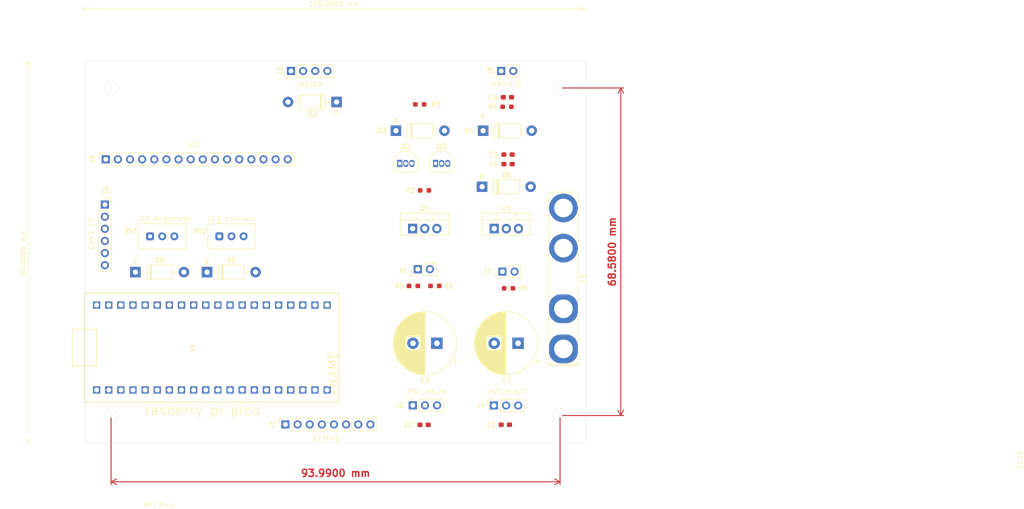
<source format=kicad_pcb>
(kicad_pcb (version 20240108) (generator "pcbnew") (generator_version "8.0")
  (layers (0 "F.Cu" signal) (31 "B.Cu" signal) (34 "B.Paste" user) (35 "F.Paste" user) (36 "B.SilkS" user "B.Silkscreen") (37 "F.SilkS" user "F.Silkscreen") (38 "B.Mask" user) (39 "F.Mask" user) (44 "Edge.Cuts" user))
  (net 0 "")
  (net 1 "/GP27")
  (net 2 "GND")
  (net 3 "/GP28")
  (net 4 "/MOTOR_12V")
  (net 5 "/PWM_OUT")
  (net 6 "Net-(Q3-B)")
  (net 7 "Net-(D5-A)")
  (net 8 "/L7805_V_IN")
  (net 9 "Net-(D6-A)")
  (net 10 "/LCD.VDD")
  (net 11 "/VSYS")
  (net 12 "/MOTOR_TACH")
  (net 13 "/TACHOMETER_IN")
  (net 14 "/MOTOR_EN")
  (net 15 "+3.3V")
  (net 16 "Net-(J8-Pin_2)")
  (net 17 "/KEYPAD_0")
  (net 18 "/KEYPAD_6")
  (net 19 "/KEYPAD_5")
  (net 20 "/KEYPAD_4")
  (net 21 "/KEYPAD_3")
  (net 22 "/KEYPAD_2")
  (net 23 "/KEYPAD_7")
  (net 24 "/KEYPAD_1")
  (net 25 "/SD.CLK")
  (net 26 "/SD.MISO")
  (net 27 "/SD.CS")
  (net 28 "/SD.MOSI")
  (net 29 "/MOTOR_PMW")
  (net 30 "Net-(J6-Pin_1)")
  (net 31 "Net-(J7-Pin_1)")
  (net 32 "Net-(Q1-G)")
  (net 33 "Net-(Q2-B)")
  (net 34 "/GP26")
  (net 35 "/LCD.A")
  (net 36 "/LCD.VO")
  (net 37 "/LCD.D5")
  (net 38 "/LCD.D4")
  (net 39 "/LCD.RS")
  (net 44 "/LCD.D7")
  (net 45 "/LCD.D6")
  (net 46 "/LCD.E")
  (footprint "Potentiometer_THT:Potentiometer_Vishay_T93YA_Vertical" (layer "F.Cu") (at 90.96 66.6125)
    (property "Reference" "RV2" (at -3.96 -1.1125 0) (layer "F.SilkS"))
    (property "Value" "10k")
    (pad "1" thru_hole roundrect (at 0 0) (size 1.65 1.65) (drill 0.85) (layers "*.Cu" "*.Mask") (net 10 "/LCD.VDD"))
    (pad "2" thru_hole circle (at 2.54 0) (size 1.65 1.65) (drill 0.85) (layers "*.Cu" "*.Mask") (net 36 "/LCD.VO"))
    (pad "3" thru_hole circle (at 5.08 0) (size 1.65 1.65) (drill 0.85) (layers "*.Cu" "*.Mask") (net 2 "GND"))
  )
  (footprint "Connector_PinHeader_2.54mm:PinHeader_1x02_P2.54mm_Vertical" (layer "F.Cu") (at 132.5 73.5 90)
    (property "Reference" "J6" (at -0.23 -3.23 180) (layer "F.SilkS"))
    (property "Value" "LED1")
    (pad "1" thru_hole rect (at 0 0 90) (size 1.7 1.7) (drill 1) (layers "*.Cu" "*.Mask") (net 30 "Net-(J6-Pin_1)"))
    (pad "2" thru_hole oval (at 0 2.54 90) (size 1.7 1.7) (drill 1) (layers "*.Cu" "*.Mask") (net 2 "GND"))
  )
  (footprint "Resistor_SMD:R_0603_1608Metric_Pad0.98x0.95mm_HandSolder" (layer "F.Cu") (at 131.5875 77)
    (property "Reference" "R5" (at -3 0 0) (layer "F.SilkS"))
    (property "Value" "10k")
    (pad "1" smd roundrect (at -0.9125 0) (size 0.975 0.95) (layers "F.Cu" "F.Paste" "F.Mask") (net 34 "/GP26"))
    (pad "2" smd roundrect (at 0.9125 0) (size 0.975 0.95) (layers "F.Cu" "F.Paste" "F.Mask") (net 30 "Net-(J6-Pin_1)"))
  )
  (footprint "Capacitor_SMD:C_0603_1608Metric_Pad1.08x0.95mm_HandSolder" (layer "F.Cu") (at 151.27 37.5)
    (property "Reference" "C4" (at -3 0 0) (layer "F.SilkS"))
    (property "Value" "0.1uF")
    (pad "1" smd roundrect (at -0.8625 0) (size 1.075 0.95) (layers "F.Cu" "F.Paste" "F.Mask") (net 6 "Net-(Q3-B)"))
    (pad "2" smd roundrect (at 0.8625 0) (size 1.075 0.95) (layers "F.Cu" "F.Paste" "F.Mask") (net 5 "/PWM_OUT"))
  )
  (footprint "Diode_THT:D_DO-41_SOD81_P10.16mm_Horizontal" (layer "F.Cu") (at 88.38 74.1125)
    (property "Reference" "D1" (at 5.08 -2.47 0) (layer "F.SilkS"))
    (property "Value" "1N4005")
    (fp_text user "K" (at 0 -2.1 0) (layer "F.SilkS"))
    (pad "1" thru_hole rect (at 0 0) (size 2.2 2.2) (drill 1.1) (layers "*.Cu" "*.Mask") (net 11 "/VSYS"))
    (pad "2" thru_hole oval (at 10.16 0) (size 2.2 2.2) (drill 1.1) (layers "*.Cu" "*.Mask") (net 10 "/LCD.VDD"))
  )
  (footprint "Connector_PinSocket_2.54mm:PinSocket_1x03_P2.54mm_Vertical" (layer "F.Cu") (at 148.445 102.025 90)
    (property "Reference" "J4" (at 0 -2.77 180) (layer "F.SilkS"))
    (property "Value" "POT_PIN27")
    (pad "1" thru_hole rect (at 0 0 90) (size 1.7 1.7) (drill 1) (layers "*.Cu" "*.Mask") (net 15 "+3.3V"))
    (pad "2" thru_hole oval (at 0 2.54 90) (size 1.7 1.7) (drill 1) (layers "*.Cu" "*.Mask") (net 1 "/GP27"))
    (pad "3" thru_hole oval (at 0 5.08 90) (size 1.7 1.7) (drill 1) (layers "*.Cu" "*.Mask") (net 2 "GND"))
  )
  (footprint "Resistor_SMD:R_0603_1608Metric_Pad0.98x0.95mm_HandSolder" (layer "F.Cu") (at 151.5 77.5 180)
    (property "Reference" "R6" (at -3 0 0) (layer "F.SilkS"))
    (property "Value" "68k")
    (pad "1" smd roundrect (at -0.9125 0 180) (size 0.975 0.95) (layers "F.Cu" "F.Paste" "F.Mask") (net 9 "Net-(D6-A)"))
    (pad "2" smd roundrect (at 0.9125 0 180) (size 0.975 0.95) (layers "F.Cu" "F.Paste" "F.Mask") (net 31 "Net-(J7-Pin_1)"))
  )
  (footprint "Connector_PinSocket_2.54mm:PinSocket_1x03_P2.54mm_Vertical" (layer "F.Cu") (at 131.46 102 90)
    (property "Reference" "J2" (at 0 -2.77 180) (layer "F.SilkS"))
    (property "Value" "POT_PIN28")
    (pad "1" thru_hole rect (at 0 0 90) (size 1.7 1.7) (drill 1) (layers "*.Cu" "*.Mask") (net 15 "+3.3V"))
    (pad "2" thru_hole oval (at 0 2.54 90) (size 1.7 1.7) (drill 1) (layers "*.Cu" "*.Mask") (net 3 "/GP28"))
    (pad "3" thru_hole oval (at 0 5.08 90) (size 1.7 1.7) (drill 1) (layers "*.Cu" "*.Mask") (net 2 "GND"))
  )
  (footprint "Diode_THT:D_DO-41_SOD81_P10.16mm_Horizontal" (layer "F.Cu") (at 146.19 44.5)
    (property "Reference" "D4" (at -3 0 0) (layer "F.SilkS"))
    (property "Value" "1N4005")
    (fp_text user "K" (at 0 -3.1 0) (layer "F.SilkS"))
    (pad "1" thru_hole rect (at 0 0) (size 2.2 2.2) (drill 1.1) (layers "*.Cu" "*.Mask") (net 15 "+3.3V"))
    (pad "2" thru_hole oval (at 10.16 0) (size 2.2 2.2) (drill 1.1) (layers "*.Cu" "*.Mask") (net 5 "/PWM_OUT"))
  )
  (footprint "Capacitor_THT:CP_Radial_D13.0mm_P5.00mm" (layer "F.Cu") (at 153.5 89 180)
    (property "Reference" "C7" (at 2.5 -7.75 360) (layer "F.SilkS"))
    (property "Value" "100uF")
    (pad "1" thru_hole rect (at 0 0 180) (size 2.4 2.4) (drill 1.2) (layers "*.Cu" "*.Mask") (net 9 "Net-(D6-A)"))
    (pad "2" thru_hole circle (at 5 0 180) (size 2.4 2.4) (drill 1.2) (layers "*.Cu" "*.Mask") (net 2 "GND"))
  )
  (footprint "Package_TO_SOT_THT:TO-220-3_Vertical" (layer "F.Cu") (at 131.42 65)
    (property "Reference" "Q1" (at 2.54 -4.27 0) (layer "F.SilkS"))
    (property "Value" "IRF9540N")
    (pad "1" thru_hole rect (at 0 0) (size 1.905 2) (drill 1.1) (layers "*.Cu" "*.Mask") (net 32 "Net-(Q1-G)"))
    (pad "2" thru_hole oval (at 2.54 0) (size 1.905 2) (drill 1.1) (layers "*.Cu" "*.Mask") (net 8 "/L7805_V_IN"))
    (pad "3" thru_hole oval (at 5.08 0) (size 1.905 2) (drill 1.1) (layers "*.Cu" "*.Mask") (net 4 "/MOTOR_12V"))
  )
  (footprint "Diode_THT:D_DO-41_SOD81_P10.16mm_Horizontal" (layer "F.Cu") (at 73.38 74.1125)
    (property "Reference" "D5" (at 5.08 -2.47 0) (layer "F.SilkS"))
    (property "Value" "1N4005")
    (fp_text user "K" (at 0 -2.1 0) (layer "F.SilkS"))
    (pad "1" thru_hole rect (at 0 0) (size 2.2 2.2) (drill 1.1) (layers "*.Cu" "*.Mask") (net 10 "/LCD.VDD"))
    (pad "2" thru_hole oval (at 10.16 0) (size 2.2 2.2) (drill 1.1) (layers "*.Cu" "*.Mask") (net 7 "Net-(D5-A)"))
  )
  (footprint "Resistor_SMD:R_0603_1608Metric_Pad0.98x0.95mm_HandSolder" (layer "F.Cu") (at 136.0875 77 180)
    (property "Reference" "R1" (at -2.9125 0 0) (layer "F.SilkS"))
    (property "Value" "10k")
    (pad "1" smd roundrect (at -0.9125 0 180) (size 0.975 0.95) (layers "F.Cu" "F.Paste" "F.Mask") (net 33 "Net-(Q2-B)"))
    (pad "2" smd roundrect (at 0.9125 0 180) (size 0.975 0.95) (layers "F.Cu" "F.Paste" "F.Mask") (net 2 "GND"))
  )
  (footprint "Package_TO_SOT_THT:TO-92_Inline" (layer "F.Cu") (at 136.23 51.36)
    (property "Reference" "Q3" (at 1.27 -3.56 0) (layer "F.SilkS"))
    (property "Value" "BC547")
    (pad "1" thru_hole rect (at 0 0) (size 1.05 1.5) (drill 0.75) (layers "*.Cu" "*.Mask") (net 29 "/MOTOR_PMW"))
    (pad "2" thru_hole oval (at 1.27 0) (size 1.05 1.5) (drill 0.75) (layers "*.Cu" "*.Mask") (net 6 "Net-(Q3-B)"))
    (pad "3" thru_hole oval (at 2.54 0) (size 1.05 1.5) (drill 0.75) (layers "*.Cu" "*.Mask") (net 2 "GND"))
  )
  (footprint "Connector_PinSocket_2.54mm:PinSocket_1x08_P2.54mm_Vertical" (layer "F.Cu") (at 104.8 106 90)
    (property "Reference" "J1" (at 0 -2.77 90) (layer "F.SilkS"))
    (property "Value" "KEYPAD")
    (pad "1" thru_hole rect (at 0 0 90) (size 1.7 1.7) (drill 1) (layers "*.Cu" "*.Mask") (net 17 "/KEYPAD_0"))
    (pad "2" thru_hole oval (at 0 2.54 90) (size 1.7 1.7) (drill 1) (layers "*.Cu" "*.Mask") (net 24 "/KEYPAD_1"))
    (pad "3" thru_hole oval (at 0 5.08 90) (size 1.7 1.7) (drill 1) (layers "*.Cu" "*.Mask") (net 22 "/KEYPAD_2"))
    (pad "4" thru_hole oval (at 0 7.62 90) (size 1.7 1.7) (drill 1) (layers "*.Cu" "*.Mask") (net 21 "/KEYPAD_3"))
    (pad "5" thru_hole oval (at 0 10.16 90) (size 1.7 1.7) (drill 1) (layers "*.Cu" "*.Mask") (net 20 "/KEYPAD_4"))
    (pad "6" thru_hole oval (at 0 12.7 90) (size 1.7 1.7) (drill 1) (layers "*.Cu" "*.Mask") (net 19 "/KEYPAD_5"))
    (pad "7" thru_hole oval (at 0 15.24 90) (size 1.7 1.7) (drill 1) (layers "*.Cu" "*.Mask") (net 18 "/KEYPAD_6"))
    (pad "8" thru_hole oval (at 0 17.78 90) (size 1.7 1.7) (drill 1) (layers "*.Cu" "*.Mask") (net 23 "/KEYPAD_7"))
  )
  (footprint "Diode_THT:D_DO-41_SOD81_P10.16mm_Horizontal" (layer "F.Cu") (at 127.92 44.5)
    (property "Reference" "D3" (at -2.92 0 0) (layer "F.SilkS"))
    (property "Value" "1N4005")
    (fp_text user "K" (at 0 -2.1 0) (layer "F.SilkS"))
    (pad "1" thru_hole rect (at 0 0) (size 2.2 2.2) (drill 1.1) (layers "*.Cu" "*.Mask") (net 15 "+3.3V"))
    (pad "2" thru_hole oval (at 10.16 0) (size 2.2 2.2) (drill 1.1) (layers "*.Cu" "*.Mask") (net 14 "/MOTOR_EN"))
  )
  (footprint "Resistor_SMD:R_0603_1608Metric_Pad0.98x0.95mm_HandSolder" (layer "F.Cu") (at 133.9125 57)
    (property "Reference" "R2" (at -3 0 0) (layer "F.SilkS"))
    (property "Value" "10k")
    (pad "1" smd roundrect (at -0.9125 0) (size 0.975 0.95) (layers "F.Cu" "F.Paste" "F.Mask") (net 32 "Net-(Q1-G)"))
    (pad "2" smd roundrect (at 0.9125 0) (size 0.975 0.95) (layers "F.Cu" "F.Paste" "F.Mask") (net 8 "/L7805_V_IN"))
  )
  (footprint "Resistor_SMD:R_0603_1608Metric_Pad0.98x0.95mm_HandSolder" (layer "F.Cu") (at 151.1825 39.5)
    (property "Reference" "R4" (at -3 0 0) (layer "F.SilkS"))
    (property "Value" "6k")
    (pad "1" smd roundrect (at -0.9125 0) (size 0.975 0.95) (layers "F.Cu" "F.Paste" "F.Mask") (net 6 "Net-(Q3-B)"))
    (pad "2" smd roundrect (at 0.9125 0) (size 0.975 0.95) (layers "F.Cu" "F.Paste" "F.Mask") (net 5 "/PWM_OUT"))
  )
  (footprint "Capacitor_THT:CP_Radial_D13.0mm_P5.00mm" (layer "F.Cu") (at 136.5 89 180)
    (property "Reference" "C3" (at 2.5 -7.75 360) (layer "F.SilkS"))
    (property "Value" "50uF")
    (pad "1" thru_hole rect (at 0 0 180) (size 2.4 2.4) (drill 1.2) (layers "*.Cu" "*.Mask") (net 4 "/MOTOR_12V"))
    (pad "2" thru_hole circle (at 5 0 180) (size 2.4 2.4) (drill 1.2) (layers "*.Cu" "*.Mask") (net 2 "GND"))
  )
  (footprint "Diode_THT:D_DO-41_SOD81_P10.16mm_Horizontal" (layer "F.Cu") (at 145.96 56.23)
    (property "Reference" "D6" (at 5.08 -2.47 0) (layer "F.SilkS"))
    (property "Value" "1N5819")
    (fp_text user "K" (at 0 -2.1 0) (layer "F.SilkS"))
    (pad "1" thru_hole rect (at 0 0) (size 2.2 2.2) (drill 1.1) (layers "*.Cu" "*.Mask") (net 8 "/L7805_V_IN"))
    (pad "2" thru_hole oval (at 10.16 0) (size 2.2 2.2) (drill 1.1) (layers "*.Cu" "*.Mask") (net 9 "Net-(D6-A)"))
  )
  (footprint "Resistor_SMD:R_0603_1608Metric_Pad0.98x0.95mm_HandSolder" (layer "F.Cu") (at 132.9125 39 180)
    (property "Reference" "R3" (at -3.4125 0 0) (layer "F.SilkS"))
    (property "Value" "1k")
    (pad "1" smd roundrect (at -0.9125 0 180) (size 0.975 0.95) (layers "F.Cu" "F.Paste" "F.Mask") (net 33 "Net-(Q2-B)"))
    (pad "2" smd roundrect (at 0.9125 0 180) (size 0.975 0.95) (layers "F.Cu" "F.Paste" "F.Mask") (net 14 "/MOTOR_EN"))
  )
  (footprint "Capacitor_SMD:C_0603_1608Metric_Pad1.08x0.95mm_HandSolder" (layer "F.Cu") (at 151.4025 49.5 180)
    (property "Reference" "C5" (at 3 0 0) (layer "F.SilkS"))
    (property "Value" "0.1uF")
    (pad "1" smd roundrect (at -0.8625 0 180) (size 1.075 0.95) (layers "F.Cu" "F.Paste" "F.Mask") (net 7 "Net-(D5-A)"))
    (pad "2" smd roundrect (at 0.8625 0 180) (size 1.075 0.95) (layers "F.Cu" "F.Paste" "F.Mask") (net 2 "GND"))
  )
  (footprint "Diode_THT:D_DO-41_SOD81_P10.16mm_Horizontal" (layer "F.Cu") (at 115.5 38.5 180)
    (property "Reference" "D2" (at 5.08 -2.47 0) (layer "F.SilkS"))
    (property "Value" "1N4005")
    (fp_text user "K" (at 0 -2.1 0) (layer "F.SilkS"))
    (pad "1" thru_hole rect (at 0 0 180) (size 2.2 2.2) (drill 1.1) (layers "*.Cu" "*.Mask") (net 12 "/MOTOR_TACH"))
    (pad "2" thru_hole oval (at 10.16 0 180) (size 2.2 2.2) (drill 1.1) (layers "*.Cu" "*.Mask") (net 13 "/TACHOMETER_IN"))
  )
  (footprint "Connector_PinSocket_2.54mm:PinSocket_1x16_P2.54mm_Vertical" (layer "F.Cu") (at 67.18 50.5 90)
    (property "Reference" "J9" (at 0 -2.77 90) (layer "F.SilkS"))
    (property "Value" "LCD")
    (pad "1" thru_hole rect (at 0 0 90) (size 1.7 1.7) (drill 1) (layers "*.Cu" "*.Mask") (net 2 "GND"))
    (pad "2" thru_hole oval (at 0 2.54 90) (size 1.7 1.7) (drill 1) (layers "*.Cu" "*.Mask") (net 10 "/LCD.VDD"))
    (pad "3" thru_hole oval (at 0 5.08 90) (size 1.7 1.7) (drill 1) (layers "*.Cu" "*.Mask") (net 36 "/LCD.VO"))
    (pad "4" thru_hole oval (at 0 7.62 90) (size 1.7 1.7) (drill 1) (layers "*.Cu" "*.Mask") (net 39 "/LCD.RS"))
    (pad "5" thru_hole oval (at 0 10.16 90) (size 1.7 1.7) (drill 1) (layers "*.Cu" "*.Mask") (net 2 "GND"))
    (pad "6" thru_hole oval (at 0 12.7 90) (size 1.7 1.7) (drill 1) (layers "*.Cu" "*.Mask") (net 46 "/LCD.E"))
    (pad "7" thru_hole oval (at 0 15.24 90) (size 1.7 1.7) (drill 1) (layers "*.Cu" "*.Mask"))
    (pad "8" thru_hole oval (at 0 17.78 90) (size 1.7 1.7) (drill 1) (layers "*.Cu" "*.Mask"))
    (pad "9" thru_hole oval (at 0 20.32 90) (size 1.7 1.7) (drill 1) (layers "*.Cu" "*.Mask"))
    (pad "10" thru_hole oval (at 0 22.86 90) (size 1.7 1.7) (drill 1) (layers "*.Cu" "*.Mask"))
    (pad "11" thru_hole oval (at 0 25.4 90) (size 1.7 1.7) (drill 1) (layers "*.Cu" "*.Mask") (net 38 "/LCD.D4"))
    (pad "12" thru_hole oval (at 0 27.94 90) (size 1.7 1.7) (drill 1) (layers "*.Cu" "*.Mask") (net 37 "/LCD.D5"))
    (pad "13" thru_hole oval (at 0 30.48 90) (size 1.7 1.7) (drill 1) (layers "*.Cu" "*.Mask") (net 45 "/LCD.D6"))
    (pad "14" thru_hole oval (at 0 33.02 90) (size 1.7 1.7) (drill 1) (layers "*.Cu" "*.Mask") (net 44 "/LCD.D7"))
    (pad "15" thru_hole oval (at 0 35.56 90) (size 1.7 1.7) (drill 1) (layers "*.Cu" "*.Mask") (net 35 "/LCD.A"))
    (pad "16" thru_hole oval (at 0 38.1 90) (size 1.7 1.7) (drill 1) (layers "*.Cu" "*.Mask") (net 2 "GND"))
  )
  (footprint "Potentiometer_THT:Potentiometer_Vishay_T93YA_Vertical" (layer "F.Cu") (at 76.46 66.6125)
    (property "Reference" "RV1" (at -3.96 -1.1125 0) (layer "F.SilkS"))
    (property "Value" "10k")
    (pad "1" thru_hole roundrect (at 0 0) (size 1.65 1.65) (drill 0.85) (layers "*.Cu" "*.Mask") (net 2 "GND"))
    (pad "2" thru_hole circle (at 2.54 0) (size 1.65 1.65) (drill 0.85) (layers "*.Cu" "*.Mask") (net 35 "/LCD.A"))
    (pad "3" thru_hole circle (at 5.08 0) (size 1.65 1.65) (drill 0.85) (layers "*.Cu" "*.Mask") (net 10 "/LCD.VDD"))
  )
  (footprint "Package_TO_SOT_THT:TO-220-3_Vertical" (layer "F.Cu") (at 148.5 65)
    (property "Reference" "U3" (at 2.54 -4.27 0) (layer "F.SilkS"))
    (property "Value" "L7805")
    (pad "1" thru_hole rect (at 0 0) (size 1.905 2) (drill 1.1) (layers "*.Cu" "*.Mask") (net 8 "/L7805_V_IN"))
    (pad "2" thru_hole oval (at 2.54 0) (size 1.905 2) (drill 1.1) (layers "*.Cu" "*.Mask") (net 2 "GND"))
    (pad "3" thru_hole oval (at 5.08 0) (size 1.905 2) (drill 1.1) (layers "*.Cu" "*.Mask") (net 7 "Net-(D5-A)"))
  )
  (footprint "Connector_PinHeader_2.54mm:PinHeader_1x02_P2.54mm_Vertical" (layer "F.Cu") (at 150.225 74 90)
    (property "Reference" "J7" (at 0 -3.225 180) (layer "F.SilkS"))
    (property "Value" "LED2")
    (pad "1" thru_hole rect (at 0 0 90) (size 1.7 1.7) (drill 1) (layers "*.Cu" "*.Mask") (net 31 "Net-(J7-Pin_1)"))
    (pad "2" thru_hole oval (at 0 2.54 90) (size 1.7 1.7) (drill 1) (layers "*.Cu" "*.Mask") (net 2 "GND"))
  )
  (footprint "Connector_PinHeader_2.54mm:PinHeader_1x02_P2.54mm_Vertical" (layer "F.Cu") (at 149.96 32 90)
    (property "Reference" "J8" (at 0 -2.33 90) (layer "F.SilkS"))
    (property "Value" "12V_DC")
    (pad "1" thru_hole rect (at 0 0 90) (size 1.7 1.7) (drill 1) (layers "*.Cu" "*.Mask") (net 2 "GND"))
    (pad "2" thru_hole oval (at 0 2.54 90) (size 1.7 1.7) (drill 1) (layers "*.Cu" "*.Mask") (net 16 "Net-(J8-Pin_2)"))
  )
  (footprint "Capacitor_SMD:C_0603_1608Metric_Pad1.08x0.95mm_HandSolder" (layer "F.Cu") (at 133.8225 106.08)
    (property "Reference" "C2" (at -3.3625 0 0) (layer "F.SilkS"))
    (property "Value" "0.1uF")
    (pad "1" smd roundrect (at -0.8625 0) (size 1.075 0.95) (layers "F.Cu" "F.Paste" "F.Mask") (net 3 "/GP28"))
    (pad "2" smd roundrect (at 0.8625 0) (size 1.075 0.95) (layers "F.Cu" "F.Paste" "F.Mask") (net 2 "GND"))
  )
  (footprint "Connector_PinHeader_2.54mm:PinHeader_1x04_P2.54mm_Vertical" (layer "F.Cu") (at 105.96 32 90)
    (property "Reference" "J5" (at 0 -2.33 90) (layer "F.SilkS"))
    (property "Value" "MOTOR")
    (pad "1" thru_hole rect (at 0 0 90) (size 1.7 1.7) (drill 1) (layers "*.Cu" "*.Mask") (net 2 "GND"))
    (pad "2" thru_hole oval (at 0 2.54 90) (size 1.7 1.7) (drill 1) (layers "*.Cu" "*.Mask") (net 4 "/MOTOR_12V"))
    (pad "3" thru_hole oval (at 0 5.08 90) (size 1.7 1.7) (drill 1) (layers "*.Cu" "*.Mask") (net 12 "/MOTOR_TACH"))
    (pad "4" thru_hole oval (at 0 7.62 90) (size 1.7 1.7) (drill 1) (layers "*.Cu" "*.Mask") (net 29 "/MOTOR_PMW"))
  )
  (footprint "Package_TO_SOT_THT:TO-92_Inline" (layer "F.Cu") (at 128.73 51.36)
    (property "Reference" "Q2" (at 1.27 -3.56 0) (layer "F.SilkS"))
    (property "Value" "2N2222A")
    (pad "1" thru_hole rect (at 0 0) (size 1.05 1.5) (drill 0.75) (layers "*.Cu" "*.Mask") (net 32 "Net-(Q1-G)"))
    (pad "2" thru_hole oval (at 1.27 0) (size 1.05 1.5) (drill 0.75) (layers "*.Cu" "*.Mask") (net 33 "Net-(Q2-B)"))
    (pad "3" thru_hole oval (at 2.54 0) (size 1.05 1.5) (drill 0.75) (layers "*.Cu" "*.Mask") (net 2 "GND"))
  )
  (footprint "Connector_PinSocket_2.54mm:PinSocket_1x06_P2.54mm_Vertical" (layer "F.Cu") (at 67 59.96)
    (property "Reference" "J3" (at 0 -2.96 0) (layer "F.SilkS"))
    (property "Value" "SDCARD")
    (pad "1" thru_hole rect (at 0 0) (size 1.7 1.7) (drill 1) (layers "*.Cu" "*.Mask") (net 15 "+3.3V"))
    (pad "2" thru_hole oval (at 0 2.54) (size 1.7 1.7) (drill 1) (layers "*.Cu" "*.Mask") (net 27 "/SD.CS"))
    (pad "3" thru_hole oval (at 0 5.08) (size 1.7 1.7) (drill 1) (layers "*.Cu" "*.Mask") (net 28 "/SD.MOSI"))
    (pad "4" thru_hole oval (at 0 7.62) (size 1.7 1.7) (drill 1) (layers "*.Cu" "*.Mask") (net 25 "/SD.CLK"))
    (pad "5" thru_hole oval (at 0 10.16) (size 1.7 1.7) (drill 1) (layers "*.Cu" "*.Mask") (net 26 "/SD.MISO"))
    (pad "6" thru_hole oval (at 0 12.7) (size 1.7 1.7) (drill 1) (layers "*.Cu" "*.Mask") (net 2 "GND"))
  )
  (footprint "Capacitor_SMD:C_0603_1608Metric_Pad1.08x0.95mm_HandSolder" (layer "F.Cu") (at 151.4025 51.5 180)
    (property "Reference" "C6" (at 3 0 0) (layer "F.SilkS"))
    (property "Value" "0.33uF")
    (pad "1" smd roundrect (at -0.8625 0 180) (size 1.075 0.95) (layers "F.Cu" "F.Paste" "F.Mask") (net 2 "GND"))
    (pad "2" smd roundrect (at 0.8625 0 180) (size 1.075 0.95) (layers "F.Cu" "F.Paste" "F.Mask") (net 8 "/L7805_V_IN"))
  )
  (footprint "rpi_pico:RPI_PICO" (layer "F.Cu") (at 88.12 89.89 90)
    (property "Reference" "U1" (at -0.11 -2.82 90) (layer "F.SilkS") (effects (font (size 0.787402 0.787402))))
    (property "Value" "RASPBERRY_PI_PICO")
    (fp_text user "rasberry pi pico" (at -13.11 -0.7 180) (layer "F.SilkS") (effects (font (size 2 2))))
    (fp_text user ">NAME " (at -5.08 26.67 90) (layer "F.SilkS") (effects (font (size 2 2))))
    (pad "3V3" thru_hole rect (at 8.89 -12.7 90) (size 1.508 1.508) (drill 1) (layers "*.Cu" "*.Mask") (net 15 "+3.3V"))
    (pad "3V3_EN" thru_hole rect (at 8.89 -15.24 90) (size 1.508 1.508) (drill 1) (layers "*.Cu" "*.Mask"))
    (pad "ADC_VREF" thru_hole rect (at 8.89 -10.16 90) (size 1.508 1.508) (drill 1) (layers "*.Cu" "*.Mask"))
    (pad "AGND" thru_hole rect (at 8.89 -5.08 90) (size 1.508 1.508) (drill 1) (layers "*.Cu" "*.Mask") (net 2 "GND"))
    (pad "GND" thru_hole rect (at 8.89 -17.78 90) (size 1.508 1.508) (drill 1) (layers "*.Cu" "*.Mask") (net 2 "GND"))
    (pad "GND2" thru_hole rect (at 8.89 7.62 90) (size 1.508 1.508) (drill 1) (layers "*.Cu" "*.Mask") (net 2 "GND"))
    (pad "GND3" thru_hole rect (at 8.89 20.32 90) (size 1.508 1.508) (drill 1) (layers "*.Cu" "*.Mask") (net 2 "GND"))
    (pad "GND4" thru_hole rect (at -8.89 -17.78 90) (size 1.508 1.508) (drill 1) (layers "*.Cu" "*.Mask") (net 2 "GND"))
    (pad "GND5" thru_hole rect (at -8.89 -5.08 90) (size 1.508 1.508) (drill 1) (layers "*.Cu" "*.Mask") (net 2 "GND"))
    (pad "GND6" thru_hole rect (at -8.89 7.62 90) (size 1.508 1.508) (drill 1) (layers "*.Cu" "*.Mask") (net 2 "GND"))
    (pad "GND7" thru_hole rect (at -8.89 20.32 90) (size 1.508 1.508) (drill 1) (layers "*.Cu" "*.Mask") (net 2 "GND"))
    (pad "GP0" thru_hole rect (at -8.89 -22.86 90) (size 1.508 1.508) (drill 1) (layers "*.Cu" "*.Mask"))
    (pad "GP1" thru_hole rect (at -8.89 -20.32 90) (size 1.508 1.508) (drill 1) (layers "*.Cu" "*.Mask"))
    (pad "GP2" thru_hole rect (at -8.89 -15.24 90) (size 1.508 1.508) (drill 1) (layers "*.Cu" "*.Mask") (net 39 "/LCD.RS"))
    (pad "GP3" thru_hole rect (at -8.89 -12.7 90) (size 1.508 1.508) (drill 1) (layers "*.Cu" "*.Mask") (net 46 "/LCD.E"))
    (pad "GP4" thru_hole rect (at -8.89 -10.16 90) (size 1.508 1.508) (drill 1) (layers "*.Cu" "*.Mask") (net 38 "/LCD.D4"))
    (pad "GP5" thru_hole rect (at -8.89 -7.62 90) (size 1.508 1.508) (drill 1) (layers "*.Cu" "*.Mask") (net 37 "/LCD.D5"))
    (pad "GP6" thru_hole rect (at -8.89 -2.54 90) (size 1.508 1.508) (drill 1) (layers "*.Cu" "*.Mask") (net 45 "/LCD.D6"))
    (pad "GP7" thru_hole rect (at -8.89 0 90) (size 1.508 1.508) (drill 1) (layers "*.Cu" "*.Mask") (net 44 "/LCD.D7"))
    (pad "GP8" thru_hole rect (at -8.89 2.54 90) (size 1.508 1.508) (drill 1) (layers "*.Cu" "*.Mask") (net 17 "/KEYPAD_0"))
    (pad "GP9" thru_hole rect (at -8.89 5.08 90) (size 1.508 1.508) (drill 1) (layers "*.Cu" "*.Mask") (net 24 "/KEYPAD_1"))
    (pad "GP10" thru_hole rect (at -8.89 10.16 90) (size 1.508 1.508) (drill 1) (layers "*.Cu" "*.Mask") (net 22 "/KEYPAD_2"))
    (pad "GP11" thru_hole rect (at -8.89 12.7 90) (size 1.508 1.508) (drill 1) (layers "*.Cu" "*.Mask") (net 21 "/KEYPAD_3"))
    (pad "GP12" thru_hole rect (at -8.89 15.24 90) (size 1.508 1.508) (drill 1) (layers "*.Cu" "*.Mask") (net 20 "/KEYPAD_4"))
    (pad "GP13" thru_hole rect (at -8.89 17.78 90) (size 1.508 1.508) (drill 1) (layers "*.Cu" "*.Mask") (net 19 "/KEYPAD_5"))
    (pad "GP14" thru_hole rect (at -8.89 22.86 90) (size 1.508 1.508) (drill 1) (layers "*.Cu" "*.Mask") (net 18 "/KEYPAD_6"))
    (pad "GP15" thru_hole rect (at -8.89 25.4 90) (size 1.508 1.508) (drill 1) (layers "*.Cu" "*.Mask") (net 23 "/KEYPAD_7"))
    (pad "GP16" thru_hole rect (at 8.89 25.4 90) (size 1.508 1.508) (drill 1) (layers "*.Cu" "*.Mask") (net 26 "/SD.MISO"))
    (pad "GP17" thru_hole rect (at 8.89 22.86 90) (size 1.508 1.508) (drill 1) (layers "*.Cu" "*.Mask") (net 27 "/SD.CS"))
    (pad "GP18" thru_hole rect (at 8.89 17.78 90) (size 1.508 1.508) (drill 1) (layers "*.Cu" "*.Mask") (net 25 "/SD.CLK"))
    (pad "GP19" thru_hole rect (at 8.89 15.24 90) (size 1.508 1.508) (drill 1) (layers "*.Cu" "*.Mask") (net 28 "/SD.MOSI"))
    (pad "GP20" thru_hole rect (at 8.89 12.7 90) (size 1.508 1.508) (drill 1) (layers "*.Cu" "*.Mask") (net 14 "/MOTOR_EN"))
    (pad "GP21" thru_hole rect (at 8.89 10.16 90) (size 1.508 1.508) (drill 1) (layers "*.Cu" "*.Mask") (net 13 "/TACHOMETER_IN"))
    (pad "GP22" thru_hole rect (at 8.89 5.08 90) (size 1.508 1.508) (drill 1) (layers "*.Cu" "*.Mask") (net 5 "/PWM_OUT"))
    (pad "GP26_A0" thru_hole rect (at 8.89 0 90) (size 1.508 1.508) (drill 1) (layers "*.Cu" "*.Mask") (net 34 "/GP26"))
    (pad "GP27_A1" thru_hole rect (at 8.89 -2.54 90) (size 1.508 1.508) (drill 1) (layers "*.Cu" "*.Mask") (net 1 "/GP27"))
    (pad "GP28_A2" thru_hole rect (at 8.89 -7.62 90) (size 1.508 1.508) (drill 1) (layers "*.Cu" "*.Mask") (net 3 "/GP28"))
    (pad "RUN" thru_hole rect (at 8.89 2.54 90) (size 1.508 1.508) (drill 1) (layers "*.Cu" "*.Mask"))
    (pad "VBUS" thru_hole rect (at 8.89 -22.86 90) (size 1.508 1.508) (drill 1) (layers "*.Cu" "*.Mask"))
    (pad "VSYS" thru_hole rect (at 8.89 -20.32 90) (size 1.508 1.508) (drill 1) (layers "*.Cu" "*.Mask") (net 11 "/VSYS"))
  )
  (footprint "Capacitor_SMD:C_0603_1608Metric_Pad1.08x0.95mm_HandSolder" (layer "F.Cu") (at 150.8325 106.05)
    (property "Reference" "C1" (at -2.8625 0 0) (layer "F.SilkS"))
    (property "Value" "0.1uF")
    (pad "1" smd roundrect (at -0.8625 0) (size 1.075 0.95) (layers "F.Cu" "F.Paste" "F.Mask") (net 1 "/GP27"))
    (pad "2" smd roundrect (at 0.8625 0) (size 1.075 0.95) (layers "F.Cu" "F.Paste" "F.Mask") (net 2 "GND"))
  )
  (footprint "Fuse:Fuseholder_Keystone_3555-2" (layer "F.Cu") (at 163 90.1825 90)
    (property "Reference" "F1" (at 14.75 4.25 90) (layer "F.SilkS"))
    (property "Value" "Fuse")
    (pad "1" thru_hole roundrect (at 0 0 180) (size 6 6) (drill 3.9) (layers "*.Cu" "*.Mask") (roundrect_rratio 0.4) (net 9 "Net-(D6-A)"))
    (pad "1" thru_hole roundrect (at 8.4 0 90) (size 6 6) (drill 3.9) (layers "*.Cu" "*.Mask") (roundrect_rratio 0.4) (net 9 "Net-(D6-A)"))
    (pad "2" thru_hole circle (at 21.1 0 90) (size 6 6) (drill 3.9) (layers "*.Cu" "*.Mask") (net 16 "Net-(J8-Pin_2)"))
    (pad "2" thru_hole circle (at 29.5 0 90) (size 6 6) (drill 3.9) (layers "*.Cu" "*.Mask") (net 16 "Net-(J8-Pin_2)"))
  )
  (gr_circle (center 162.29 104.13605) (end 163.79 104.13605) (stroke (width 0.05)) (fill none) (layer "Edge.Cuts"))
  (gr_circle (center 162.29 35.55605) (end 163.79 35.55605) (stroke (width 0.05)) (fill none) (layer "Edge.Cuts"))
  (gr_rect (start 62.8 29.84605) (end 167.8 109.84605) (stroke (width 0.05)) (fill none) (layer "Edge.Cuts"))
  (gr_circle (center 68.3 104.13605) (end 69.8 104.13605) (stroke (width 0.05)) (fill none) (layer "Edge.Cuts"))
  (gr_circle (center 68.31 35.55605) (end 69.81 35.55605) (stroke (width 0.05)) (fill none) (layer "Edge.Cuts"))
  (gr_text "LCD Contrast" (at 88.5 63.5 0) (layer "F.SilkS") (effects (font (size 1 1) (thickness 0.1)) (justify left bottom)))
  (gr_text "KEYPAD" (at 110.5 109.5 0) (layer "F.SilkS") (effects (font (size 1 1) (thickness 0.1)) (justify left bottom)))
  (gr_text "12V" (at 151.435 35.2831 0) (layer "F.SilkS") (effects (font (size 1 1) (thickness 0.1)) (justify left bottom)))
  (gr_text "GND" (at 147.935 35.2831 0) (layer "F.SilkS") (effects (font (size 1 1) (thickness 0.1)) (justify left bottom)))
  (gr_text "LCD Brightness" (at 73.5 63.5 0) (layer "F.SilkS") (effects (font (size 1 1) (thickness 0.1)) (justify left bottom)))
  (gr_text "LCD" (at 84 48 0) (layer "F.SilkS") (effects (font (size 1 1) (thickness 0.1)) (justify left bottom)))
  (gr_text "RPi Pico" (at 75 123.5 0) (layer "F.SilkS") (effects (font (size 1 1) (thickness 0.1)) (justify left bottom)))
  (gr_text "FUSE" (at 259.2 115.2831 90) (layer "F.SilkS") (effects (font (size 1 1) (thickness 0.1)) (justify left bottom)))
  (gr_text "POT_PIN28" (at 130.285 99.8081 0) (layer "F.SilkS") (effects (font (size 1 1) (thickness 0.1)) (justify left bottom)))
  (gr_text "MOTOR" (at 107.5 35.5 0) (layer "F.SilkS") (effects (font (size 1 1) (thickness 0.1)) (justify left bottom)))
  (gr_text "POT_PIN27" (at 147.285 99.8081 0) (layer "F.SilkS") (effects (font (size 1 1) (thickness 0.1)) (justify left bottom)))
  (gr_text "SD CARD" (at 63.475 62.785 -90) (layer "F.SilkS") (effects (font (size 1 1) (thickness 0.1)) (justify left bottom)))
  (dimension (type aligned) (layer "F.Cu") (pts (xy 162.29 35.55605) (xy 162.29 104.13605)) (height -12.71) (gr_text "68.5800 mm" (at 173.2 69.84605 90) (layer "F.Cu") (effects (font (size 1.5 1.5) (thickness 0.3)))) (format (prefix "") (suffix "") (units 3) (units_format 1) (precision 4)) (style (thickness 0.2) (arrow_length 1.27) (text_position_mode 0) (extension_height 0.58642) (extension_offset 0.5) keep_text_aligned))
  (dimension (type aligned) (layer "F.Cu") (pts (xy 68.3 104.13605) (xy 162.29 104.13605)) (height 13.86395) (gr_text "93.9900 mm" (at 115.295 116.2 0) (layer "F.Cu") (effects (font (size 1.5 1.5) (thickness 0.3)))) (format (prefix "") (suffix "") (units 3) (units_format 1) (precision 4)) (style (thickness 0.2) (arrow_length 1.27) (text_position_mode 0) (extension_height 0.58642) (extension_offset 0.5) keep_text_aligned))
  (dimension (type aligned) (layer "F.SilkS") (pts (xy 51 30) (xy 51 110)) (height 0) (gr_text "80.0000 mm" (at 49.9 70 90) (layer "F.SilkS") (effects (font (size 1 1) (thickness 0.1)))) (format (prefix "") (suffix "") (units 3) (units_format 1) (precision 4)) (style (thickness 0.1) (arrow_length 1.27) (text_position_mode 0) (extension_height 0.58642) (extension_offset 0.5) keep_text_aligned))
  (dimension (type aligned) (layer "F.SilkS") (pts (xy 62.5 19) (xy 167.5 19)) (height 0) (gr_text "105.0000 mm" (at 115 17.9 0) (layer "F.SilkS") (effects (font (size 1 1) (thickness 0.1)))) (format (prefix "") (suffix "") (units 3) (units_format 1) (precision 4)) (style (thickness 0.1) (arrow_length 1.27) (text_position_mode 0) (extension_height 0.58642) (extension_offset 0.5) keep_text_aligned))
)
</source>
